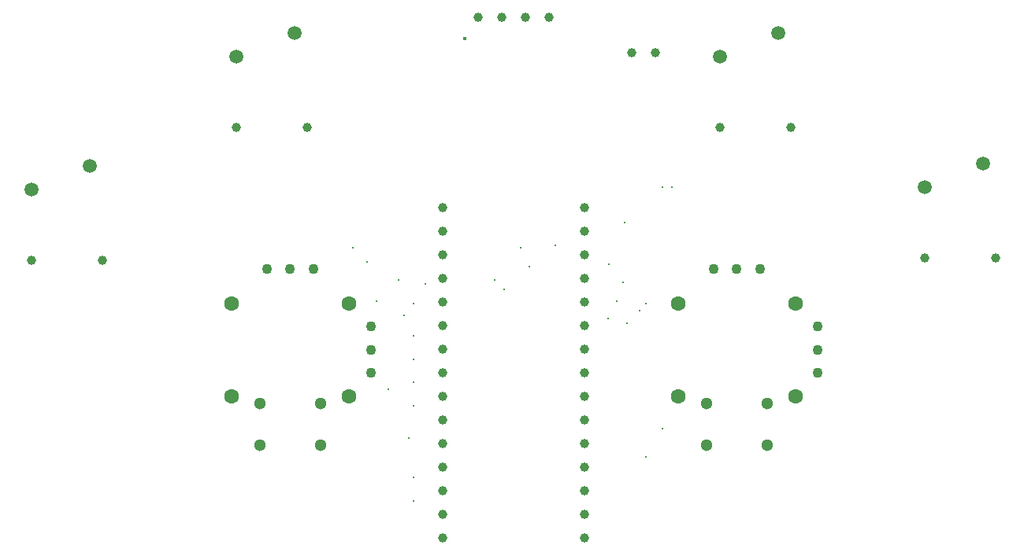
<source format=gbr>
%TF.GenerationSoftware,KiCad,Pcbnew,(6.0.9)*%
%TF.CreationDate,2023-06-09T10:32:01+10:00*%
%TF.ProjectId,Joysticks2.0,4a6f7973-7469-4636-9b73-322e302e6b69,rev?*%
%TF.SameCoordinates,PX3d09000PY568bc30*%
%TF.FileFunction,Plated,1,2,PTH,Drill*%
%TF.FilePolarity,Positive*%
%FSLAX46Y46*%
G04 Gerber Fmt 4.6, Leading zero omitted, Abs format (unit mm)*
G04 Created by KiCad (PCBNEW (6.0.9)) date 2023-06-09 10:32:01*
%MOMM*%
%LPD*%
G01*
G04 APERTURE LIST*
%TA.AperFunction,ViaDrill*%
%ADD10C,0.300000*%
%TD*%
%TA.AperFunction,ViaDrill*%
%ADD11C,0.400000*%
%TD*%
%TA.AperFunction,ComponentDrill*%
%ADD12C,1.000000*%
%TD*%
%TA.AperFunction,ComponentDrill*%
%ADD13C,1.100000*%
%TD*%
%TA.AperFunction,ComponentDrill*%
%ADD14C,1.300000*%
%TD*%
%TA.AperFunction,ComponentDrill*%
%ADD15C,1.500000*%
%TD*%
%TA.AperFunction,ComponentDrill*%
%ADD16C,1.600000*%
%TD*%
G04 APERTURE END LIST*
D10*
X18750000Y-7250000D03*
X20250000Y-8750000D03*
X21250000Y-13000000D03*
X22525500Y-22500000D03*
X23683411Y-10683411D03*
X24242915Y-14492916D03*
X24750000Y-27750000D03*
X25250000Y-13250000D03*
X25250000Y-16750000D03*
X25250000Y-19250000D03*
X25250000Y-21750000D03*
X25250000Y-24250000D03*
X25250000Y-32000000D03*
X25250000Y-34500000D03*
X26500000Y-11125500D03*
X34000000Y-10750000D03*
X35000000Y-11750000D03*
X36750000Y-7250000D03*
X37750000Y-9250000D03*
X40500000Y-7000000D03*
X46138411Y-14888411D03*
X46250000Y-9000000D03*
X47125500Y-13000000D03*
X47750000Y-11000000D03*
X48000000Y-4500000D03*
X48250000Y-15374500D03*
X49533118Y-14033118D03*
X50250000Y-13250000D03*
X50250000Y-29750000D03*
X52000000Y-750000D03*
X52000000Y-26750000D03*
X53000000Y-750000D03*
D11*
X30750000Y15250000D03*
D12*
%TO.C,U3*%
X-15810000Y-8580000D03*
X-8190000Y-8580000D03*
%TO.C,U5*%
X6190000Y5670000D03*
X13810000Y5670000D03*
%TO.C,A1*%
X28390000Y-2950000D03*
X28390000Y-5490000D03*
X28390000Y-8030000D03*
X28390000Y-10570000D03*
X28390000Y-13110000D03*
X28390000Y-15650000D03*
X28390000Y-18190000D03*
X28390000Y-20730000D03*
X28390000Y-23270000D03*
X28390000Y-25810000D03*
X28390000Y-28350000D03*
X28390000Y-30890000D03*
X28390000Y-33430000D03*
X28390000Y-35970000D03*
X28390000Y-38510000D03*
%TO.C,J4*%
X32200000Y17525000D03*
X34740000Y17525000D03*
X37280000Y17525000D03*
X39820000Y17525000D03*
%TO.C,A1*%
X43630000Y-2950000D03*
X43630000Y-5490000D03*
X43630000Y-8030000D03*
X43630000Y-10570000D03*
X43630000Y-13110000D03*
X43630000Y-15650000D03*
X43630000Y-18190000D03*
X43630000Y-20730000D03*
X43630000Y-23270000D03*
X43630000Y-25810000D03*
X43630000Y-28350000D03*
X43630000Y-30890000D03*
X43630000Y-33430000D03*
X43630000Y-35970000D03*
X43630000Y-38510000D03*
%TO.C,J1*%
X48750000Y13750000D03*
X51290000Y13750000D03*
%TO.C,U2*%
X58190000Y5670000D03*
X65810000Y5670000D03*
%TO.C,U4*%
X80190000Y-8330000D03*
X87810000Y-8330000D03*
D13*
%TO.C,U1*%
X9500000Y-9520000D03*
X12000000Y-9520000D03*
X14500000Y-9520000D03*
X20730000Y-15750000D03*
X20730000Y-18250000D03*
X20730000Y-20750000D03*
%TO.C,U11*%
X57500000Y-9520000D03*
X60000000Y-9520000D03*
X62500000Y-9520000D03*
X68730000Y-15750000D03*
X68730000Y-18250000D03*
X68730000Y-20750000D03*
D14*
%TO.C,U1*%
X8750000Y-24000000D03*
X8750000Y-28500000D03*
X15250000Y-24000000D03*
X15250000Y-28500000D03*
%TO.C,U11*%
X56750000Y-24000000D03*
X56750000Y-28500000D03*
X63250000Y-24000000D03*
X63250000Y-28500000D03*
D15*
%TO.C,U3*%
X-15810000Y-960000D03*
X-9490000Y1580000D03*
%TO.C,U5*%
X6190000Y13290000D03*
X12510000Y15830000D03*
%TO.C,U2*%
X58190000Y13290000D03*
X64510000Y15830000D03*
%TO.C,U4*%
X80190000Y-710000D03*
X86510000Y1830000D03*
D16*
%TO.C,U1*%
X5675000Y-13250000D03*
X5675000Y-23250000D03*
X18325000Y-13250000D03*
X18325000Y-23250000D03*
%TO.C,U11*%
X53675000Y-13250000D03*
X53675000Y-23250000D03*
X66325000Y-13250000D03*
X66325000Y-23250000D03*
M02*

</source>
